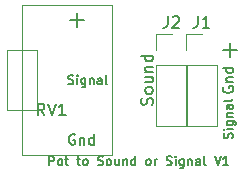
<source format=gbr>
G04 #@! TF.GenerationSoftware,KiCad,Pcbnew,(5.1.5)-3*
G04 #@! TF.CreationDate,2020-07-05T15:44:01-05:00*
G04 #@! TF.ProjectId,PotentiometerToServoWire,506f7465-6e74-4696-9f6d-65746572546f,rev?*
G04 #@! TF.SameCoordinates,Original*
G04 #@! TF.FileFunction,Legend,Top*
G04 #@! TF.FilePolarity,Positive*
%FSLAX46Y46*%
G04 Gerber Fmt 4.6, Leading zero omitted, Abs format (unit mm)*
G04 Created by KiCad (PCBNEW (5.1.5)-3) date 2020-07-05 15:44:01*
%MOMM*%
%LPD*%
G04 APERTURE LIST*
%ADD10C,0.133350*%
%ADD11C,0.203200*%
%ADD12C,0.139700*%
%ADD13C,0.150000*%
%ADD14C,0.120000*%
G04 APERTURE END LIST*
D10*
X136960428Y-98642714D02*
X136960428Y-97880714D01*
X137250714Y-97880714D01*
X137323285Y-97917000D01*
X137359571Y-97953285D01*
X137395857Y-98025857D01*
X137395857Y-98134714D01*
X137359571Y-98207285D01*
X137323285Y-98243571D01*
X137250714Y-98279857D01*
X136960428Y-98279857D01*
X137831285Y-98642714D02*
X137758714Y-98606428D01*
X137722428Y-98570142D01*
X137686142Y-98497571D01*
X137686142Y-98279857D01*
X137722428Y-98207285D01*
X137758714Y-98171000D01*
X137831285Y-98134714D01*
X137940142Y-98134714D01*
X138012714Y-98171000D01*
X138049000Y-98207285D01*
X138085285Y-98279857D01*
X138085285Y-98497571D01*
X138049000Y-98570142D01*
X138012714Y-98606428D01*
X137940142Y-98642714D01*
X137831285Y-98642714D01*
X138303000Y-98134714D02*
X138593285Y-98134714D01*
X138411857Y-97880714D02*
X138411857Y-98533857D01*
X138448142Y-98606428D01*
X138520714Y-98642714D01*
X138593285Y-98642714D01*
X139319000Y-98134714D02*
X139609285Y-98134714D01*
X139427857Y-97880714D02*
X139427857Y-98533857D01*
X139464142Y-98606428D01*
X139536714Y-98642714D01*
X139609285Y-98642714D01*
X139972142Y-98642714D02*
X139899571Y-98606428D01*
X139863285Y-98570142D01*
X139827000Y-98497571D01*
X139827000Y-98279857D01*
X139863285Y-98207285D01*
X139899571Y-98171000D01*
X139972142Y-98134714D01*
X140081000Y-98134714D01*
X140153571Y-98171000D01*
X140189857Y-98207285D01*
X140226142Y-98279857D01*
X140226142Y-98497571D01*
X140189857Y-98570142D01*
X140153571Y-98606428D01*
X140081000Y-98642714D01*
X139972142Y-98642714D01*
X141097000Y-98606428D02*
X141205857Y-98642714D01*
X141387285Y-98642714D01*
X141459857Y-98606428D01*
X141496142Y-98570142D01*
X141532428Y-98497571D01*
X141532428Y-98425000D01*
X141496142Y-98352428D01*
X141459857Y-98316142D01*
X141387285Y-98279857D01*
X141242142Y-98243571D01*
X141169571Y-98207285D01*
X141133285Y-98171000D01*
X141097000Y-98098428D01*
X141097000Y-98025857D01*
X141133285Y-97953285D01*
X141169571Y-97917000D01*
X141242142Y-97880714D01*
X141423571Y-97880714D01*
X141532428Y-97917000D01*
X141967857Y-98642714D02*
X141895285Y-98606428D01*
X141859000Y-98570142D01*
X141822714Y-98497571D01*
X141822714Y-98279857D01*
X141859000Y-98207285D01*
X141895285Y-98171000D01*
X141967857Y-98134714D01*
X142076714Y-98134714D01*
X142149285Y-98171000D01*
X142185571Y-98207285D01*
X142221857Y-98279857D01*
X142221857Y-98497571D01*
X142185571Y-98570142D01*
X142149285Y-98606428D01*
X142076714Y-98642714D01*
X141967857Y-98642714D01*
X142875000Y-98134714D02*
X142875000Y-98642714D01*
X142548428Y-98134714D02*
X142548428Y-98533857D01*
X142584714Y-98606428D01*
X142657285Y-98642714D01*
X142766142Y-98642714D01*
X142838714Y-98606428D01*
X142875000Y-98570142D01*
X143237857Y-98134714D02*
X143237857Y-98642714D01*
X143237857Y-98207285D02*
X143274142Y-98171000D01*
X143346714Y-98134714D01*
X143455571Y-98134714D01*
X143528142Y-98171000D01*
X143564428Y-98243571D01*
X143564428Y-98642714D01*
X144253857Y-98642714D02*
X144253857Y-97880714D01*
X144253857Y-98606428D02*
X144181285Y-98642714D01*
X144036142Y-98642714D01*
X143963571Y-98606428D01*
X143927285Y-98570142D01*
X143891000Y-98497571D01*
X143891000Y-98279857D01*
X143927285Y-98207285D01*
X143963571Y-98171000D01*
X144036142Y-98134714D01*
X144181285Y-98134714D01*
X144253857Y-98171000D01*
X145306142Y-98642714D02*
X145233571Y-98606428D01*
X145197285Y-98570142D01*
X145161000Y-98497571D01*
X145161000Y-98279857D01*
X145197285Y-98207285D01*
X145233571Y-98171000D01*
X145306142Y-98134714D01*
X145415000Y-98134714D01*
X145487571Y-98171000D01*
X145523857Y-98207285D01*
X145560142Y-98279857D01*
X145560142Y-98497571D01*
X145523857Y-98570142D01*
X145487571Y-98606428D01*
X145415000Y-98642714D01*
X145306142Y-98642714D01*
X145886714Y-98642714D02*
X145886714Y-98134714D01*
X145886714Y-98279857D02*
X145923000Y-98207285D01*
X145959285Y-98171000D01*
X146031857Y-98134714D01*
X146104428Y-98134714D01*
X146902714Y-98606428D02*
X147011571Y-98642714D01*
X147193000Y-98642714D01*
X147265571Y-98606428D01*
X147301857Y-98570142D01*
X147338142Y-98497571D01*
X147338142Y-98425000D01*
X147301857Y-98352428D01*
X147265571Y-98316142D01*
X147193000Y-98279857D01*
X147047857Y-98243571D01*
X146975285Y-98207285D01*
X146939000Y-98171000D01*
X146902714Y-98098428D01*
X146902714Y-98025857D01*
X146939000Y-97953285D01*
X146975285Y-97917000D01*
X147047857Y-97880714D01*
X147229285Y-97880714D01*
X147338142Y-97917000D01*
X147664714Y-98642714D02*
X147664714Y-98134714D01*
X147664714Y-97880714D02*
X147628428Y-97917000D01*
X147664714Y-97953285D01*
X147701000Y-97917000D01*
X147664714Y-97880714D01*
X147664714Y-97953285D01*
X148354142Y-98134714D02*
X148354142Y-98751571D01*
X148317857Y-98824142D01*
X148281571Y-98860428D01*
X148209000Y-98896714D01*
X148100142Y-98896714D01*
X148027571Y-98860428D01*
X148354142Y-98606428D02*
X148281571Y-98642714D01*
X148136428Y-98642714D01*
X148063857Y-98606428D01*
X148027571Y-98570142D01*
X147991285Y-98497571D01*
X147991285Y-98279857D01*
X148027571Y-98207285D01*
X148063857Y-98171000D01*
X148136428Y-98134714D01*
X148281571Y-98134714D01*
X148354142Y-98171000D01*
X148717000Y-98134714D02*
X148717000Y-98642714D01*
X148717000Y-98207285D02*
X148753285Y-98171000D01*
X148825857Y-98134714D01*
X148934714Y-98134714D01*
X149007285Y-98171000D01*
X149043571Y-98243571D01*
X149043571Y-98642714D01*
X149733000Y-98642714D02*
X149733000Y-98243571D01*
X149696714Y-98171000D01*
X149624142Y-98134714D01*
X149479000Y-98134714D01*
X149406428Y-98171000D01*
X149733000Y-98606428D02*
X149660428Y-98642714D01*
X149479000Y-98642714D01*
X149406428Y-98606428D01*
X149370142Y-98533857D01*
X149370142Y-98461285D01*
X149406428Y-98388714D01*
X149479000Y-98352428D01*
X149660428Y-98352428D01*
X149733000Y-98316142D01*
X150204714Y-98642714D02*
X150132142Y-98606428D01*
X150095857Y-98533857D01*
X150095857Y-97880714D01*
X150966714Y-97880714D02*
X151220714Y-98642714D01*
X151474714Y-97880714D01*
X152127857Y-98642714D02*
X151692428Y-98642714D01*
X151910142Y-98642714D02*
X151910142Y-97880714D01*
X151837571Y-97989571D01*
X151765000Y-98062142D01*
X151692428Y-98098428D01*
D11*
X139300857Y-86940571D02*
X139300857Y-85779428D01*
X139881428Y-86360000D02*
X138720285Y-86360000D01*
D12*
X139128500Y-96075500D02*
X139043833Y-96033166D01*
X138916833Y-96033166D01*
X138789833Y-96075500D01*
X138705166Y-96160166D01*
X138662833Y-96244833D01*
X138620500Y-96414166D01*
X138620500Y-96541166D01*
X138662833Y-96710500D01*
X138705166Y-96795166D01*
X138789833Y-96879833D01*
X138916833Y-96922166D01*
X139001500Y-96922166D01*
X139128500Y-96879833D01*
X139170833Y-96837500D01*
X139170833Y-96541166D01*
X139001500Y-96541166D01*
X139551833Y-96329500D02*
X139551833Y-96922166D01*
X139551833Y-96414166D02*
X139594166Y-96371833D01*
X139678833Y-96329500D01*
X139805833Y-96329500D01*
X139890500Y-96371833D01*
X139932833Y-96456500D01*
X139932833Y-96922166D01*
X140737166Y-96922166D02*
X140737166Y-96033166D01*
X140737166Y-96879833D02*
X140652500Y-96922166D01*
X140483166Y-96922166D01*
X140398500Y-96879833D01*
X140356166Y-96837500D01*
X140313833Y-96752833D01*
X140313833Y-96498833D01*
X140356166Y-96414166D01*
X140398500Y-96371833D01*
X140483166Y-96329500D01*
X140652500Y-96329500D01*
X140737166Y-96371833D01*
D10*
X138575142Y-91748428D02*
X138684000Y-91784714D01*
X138865428Y-91784714D01*
X138938000Y-91748428D01*
X138974285Y-91712142D01*
X139010571Y-91639571D01*
X139010571Y-91567000D01*
X138974285Y-91494428D01*
X138938000Y-91458142D01*
X138865428Y-91421857D01*
X138720285Y-91385571D01*
X138647714Y-91349285D01*
X138611428Y-91313000D01*
X138575142Y-91240428D01*
X138575142Y-91167857D01*
X138611428Y-91095285D01*
X138647714Y-91059000D01*
X138720285Y-91022714D01*
X138901714Y-91022714D01*
X139010571Y-91059000D01*
X139337142Y-91784714D02*
X139337142Y-91276714D01*
X139337142Y-91022714D02*
X139300857Y-91059000D01*
X139337142Y-91095285D01*
X139373428Y-91059000D01*
X139337142Y-91022714D01*
X139337142Y-91095285D01*
X140026571Y-91276714D02*
X140026571Y-91893571D01*
X139990285Y-91966142D01*
X139954000Y-92002428D01*
X139881428Y-92038714D01*
X139772571Y-92038714D01*
X139700000Y-92002428D01*
X140026571Y-91748428D02*
X139954000Y-91784714D01*
X139808857Y-91784714D01*
X139736285Y-91748428D01*
X139700000Y-91712142D01*
X139663714Y-91639571D01*
X139663714Y-91421857D01*
X139700000Y-91349285D01*
X139736285Y-91313000D01*
X139808857Y-91276714D01*
X139954000Y-91276714D01*
X140026571Y-91313000D01*
X140389428Y-91276714D02*
X140389428Y-91784714D01*
X140389428Y-91349285D02*
X140425714Y-91313000D01*
X140498285Y-91276714D01*
X140607142Y-91276714D01*
X140679714Y-91313000D01*
X140716000Y-91385571D01*
X140716000Y-91784714D01*
X141405428Y-91784714D02*
X141405428Y-91385571D01*
X141369142Y-91313000D01*
X141296571Y-91276714D01*
X141151428Y-91276714D01*
X141078857Y-91313000D01*
X141405428Y-91748428D02*
X141332857Y-91784714D01*
X141151428Y-91784714D01*
X141078857Y-91748428D01*
X141042571Y-91675857D01*
X141042571Y-91603285D01*
X141078857Y-91530714D01*
X141151428Y-91494428D01*
X141332857Y-91494428D01*
X141405428Y-91458142D01*
X141877142Y-91784714D02*
X141804571Y-91748428D01*
X141768285Y-91675857D01*
X141768285Y-91022714D01*
X152454428Y-96374857D02*
X152490714Y-96266000D01*
X152490714Y-96084571D01*
X152454428Y-96012000D01*
X152418142Y-95975714D01*
X152345571Y-95939428D01*
X152273000Y-95939428D01*
X152200428Y-95975714D01*
X152164142Y-96012000D01*
X152127857Y-96084571D01*
X152091571Y-96229714D01*
X152055285Y-96302285D01*
X152019000Y-96338571D01*
X151946428Y-96374857D01*
X151873857Y-96374857D01*
X151801285Y-96338571D01*
X151765000Y-96302285D01*
X151728714Y-96229714D01*
X151728714Y-96048285D01*
X151765000Y-95939428D01*
X152490714Y-95612857D02*
X151982714Y-95612857D01*
X151728714Y-95612857D02*
X151765000Y-95649142D01*
X151801285Y-95612857D01*
X151765000Y-95576571D01*
X151728714Y-95612857D01*
X151801285Y-95612857D01*
X151982714Y-94923428D02*
X152599571Y-94923428D01*
X152672142Y-94959714D01*
X152708428Y-94996000D01*
X152744714Y-95068571D01*
X152744714Y-95177428D01*
X152708428Y-95250000D01*
X152454428Y-94923428D02*
X152490714Y-94996000D01*
X152490714Y-95141142D01*
X152454428Y-95213714D01*
X152418142Y-95250000D01*
X152345571Y-95286285D01*
X152127857Y-95286285D01*
X152055285Y-95250000D01*
X152019000Y-95213714D01*
X151982714Y-95141142D01*
X151982714Y-94996000D01*
X152019000Y-94923428D01*
X151982714Y-94560571D02*
X152490714Y-94560571D01*
X152055285Y-94560571D02*
X152019000Y-94524285D01*
X151982714Y-94451714D01*
X151982714Y-94342857D01*
X152019000Y-94270285D01*
X152091571Y-94234000D01*
X152490714Y-94234000D01*
X152490714Y-93544571D02*
X152091571Y-93544571D01*
X152019000Y-93580857D01*
X151982714Y-93653428D01*
X151982714Y-93798571D01*
X152019000Y-93871142D01*
X152454428Y-93544571D02*
X152490714Y-93617142D01*
X152490714Y-93798571D01*
X152454428Y-93871142D01*
X152381857Y-93907428D01*
X152309285Y-93907428D01*
X152236714Y-93871142D01*
X152200428Y-93798571D01*
X152200428Y-93617142D01*
X152164142Y-93544571D01*
X152490714Y-93072857D02*
X152454428Y-93145428D01*
X152381857Y-93181714D01*
X151728714Y-93181714D01*
D11*
X152254857Y-89480571D02*
X152254857Y-88319428D01*
X152835428Y-88900000D02*
X151674285Y-88900000D01*
D12*
X151701500Y-92011500D02*
X151659166Y-92096166D01*
X151659166Y-92223166D01*
X151701500Y-92350166D01*
X151786166Y-92434833D01*
X151870833Y-92477166D01*
X152040166Y-92519500D01*
X152167166Y-92519500D01*
X152336500Y-92477166D01*
X152421166Y-92434833D01*
X152505833Y-92350166D01*
X152548166Y-92223166D01*
X152548166Y-92138500D01*
X152505833Y-92011500D01*
X152463500Y-91969166D01*
X152167166Y-91969166D01*
X152167166Y-92138500D01*
X151955500Y-91588166D02*
X152548166Y-91588166D01*
X152040166Y-91588166D02*
X151997833Y-91545833D01*
X151955500Y-91461166D01*
X151955500Y-91334166D01*
X151997833Y-91249500D01*
X152082500Y-91207166D01*
X152548166Y-91207166D01*
X152548166Y-90402833D02*
X151659166Y-90402833D01*
X152505833Y-90402833D02*
X152548166Y-90487500D01*
X152548166Y-90656833D01*
X152505833Y-90741500D01*
X152463500Y-90783833D01*
X152378833Y-90826166D01*
X152124833Y-90826166D01*
X152040166Y-90783833D01*
X151997833Y-90741500D01*
X151955500Y-90656833D01*
X151955500Y-90487500D01*
X151997833Y-90402833D01*
D13*
X145692761Y-93535238D02*
X145740380Y-93392380D01*
X145740380Y-93154285D01*
X145692761Y-93059047D01*
X145645142Y-93011428D01*
X145549904Y-92963809D01*
X145454666Y-92963809D01*
X145359428Y-93011428D01*
X145311809Y-93059047D01*
X145264190Y-93154285D01*
X145216571Y-93344761D01*
X145168952Y-93440000D01*
X145121333Y-93487619D01*
X145026095Y-93535238D01*
X144930857Y-93535238D01*
X144835619Y-93487619D01*
X144788000Y-93440000D01*
X144740380Y-93344761D01*
X144740380Y-93106666D01*
X144788000Y-92963809D01*
X145740380Y-92392380D02*
X145692761Y-92487619D01*
X145645142Y-92535238D01*
X145549904Y-92582857D01*
X145264190Y-92582857D01*
X145168952Y-92535238D01*
X145121333Y-92487619D01*
X145073714Y-92392380D01*
X145073714Y-92249523D01*
X145121333Y-92154285D01*
X145168952Y-92106666D01*
X145264190Y-92059047D01*
X145549904Y-92059047D01*
X145645142Y-92106666D01*
X145692761Y-92154285D01*
X145740380Y-92249523D01*
X145740380Y-92392380D01*
X145073714Y-91201904D02*
X145740380Y-91201904D01*
X145073714Y-91630476D02*
X145597523Y-91630476D01*
X145692761Y-91582857D01*
X145740380Y-91487619D01*
X145740380Y-91344761D01*
X145692761Y-91249523D01*
X145645142Y-91201904D01*
X145073714Y-90725714D02*
X145740380Y-90725714D01*
X145168952Y-90725714D02*
X145121333Y-90678095D01*
X145073714Y-90582857D01*
X145073714Y-90440000D01*
X145121333Y-90344761D01*
X145216571Y-90297142D01*
X145740380Y-90297142D01*
X145740380Y-89392380D02*
X144740380Y-89392380D01*
X145692761Y-89392380D02*
X145740380Y-89487619D01*
X145740380Y-89678095D01*
X145692761Y-89773333D01*
X145645142Y-89820952D01*
X145549904Y-89868571D01*
X145264190Y-89868571D01*
X145168952Y-89820952D01*
X145121333Y-89773333D01*
X145073714Y-89678095D01*
X145073714Y-89487619D01*
X145121333Y-89392380D01*
D14*
X148530000Y-95310000D02*
X151190000Y-95310000D01*
X148530000Y-90170000D02*
X148530000Y-95310000D01*
X151190000Y-90170000D02*
X151190000Y-95310000D01*
X148530000Y-90170000D02*
X151190000Y-90170000D01*
X148530000Y-88900000D02*
X148530000Y-87570000D01*
X148530000Y-87570000D02*
X149860000Y-87570000D01*
X145990000Y-87570000D02*
X147320000Y-87570000D01*
X145990000Y-88900000D02*
X145990000Y-87570000D01*
X145990000Y-90170000D02*
X148650000Y-90170000D01*
X148650000Y-90170000D02*
X148650000Y-95310000D01*
X145990000Y-90170000D02*
X145990000Y-95310000D01*
X145990000Y-95310000D02*
X148650000Y-95310000D01*
X134620000Y-85090000D02*
X134620000Y-97790000D01*
X134620000Y-97790000D02*
X142240000Y-97790000D01*
X142240000Y-97790000D02*
X142240000Y-85090000D01*
X142240000Y-85090000D02*
X134620000Y-85090000D01*
X133350000Y-88900000D02*
X133350000Y-93980000D01*
X133350000Y-93980000D02*
X135890000Y-93980000D01*
X135890000Y-93980000D02*
X135890000Y-88900000D01*
X135890000Y-88900000D02*
X133350000Y-88900000D01*
D13*
X149526666Y-86022380D02*
X149526666Y-86736666D01*
X149479047Y-86879523D01*
X149383809Y-86974761D01*
X149240952Y-87022380D01*
X149145714Y-87022380D01*
X150526666Y-87022380D02*
X149955238Y-87022380D01*
X150240952Y-87022380D02*
X150240952Y-86022380D01*
X150145714Y-86165238D01*
X150050476Y-86260476D01*
X149955238Y-86308095D01*
X146986666Y-86022380D02*
X146986666Y-86736666D01*
X146939047Y-86879523D01*
X146843809Y-86974761D01*
X146700952Y-87022380D01*
X146605714Y-87022380D01*
X147415238Y-86117619D02*
X147462857Y-86070000D01*
X147558095Y-86022380D01*
X147796190Y-86022380D01*
X147891428Y-86070000D01*
X147939047Y-86117619D01*
X147986666Y-86212857D01*
X147986666Y-86308095D01*
X147939047Y-86450952D01*
X147367619Y-87022380D01*
X147986666Y-87022380D01*
X136564761Y-94432380D02*
X136231428Y-93956190D01*
X135993333Y-94432380D02*
X135993333Y-93432380D01*
X136374285Y-93432380D01*
X136469523Y-93480000D01*
X136517142Y-93527619D01*
X136564761Y-93622857D01*
X136564761Y-93765714D01*
X136517142Y-93860952D01*
X136469523Y-93908571D01*
X136374285Y-93956190D01*
X135993333Y-93956190D01*
X136850476Y-93432380D02*
X137183809Y-94432380D01*
X137517142Y-93432380D01*
X138374285Y-94432380D02*
X137802857Y-94432380D01*
X138088571Y-94432380D02*
X138088571Y-93432380D01*
X137993333Y-93575238D01*
X137898095Y-93670476D01*
X137802857Y-93718095D01*
M02*

</source>
